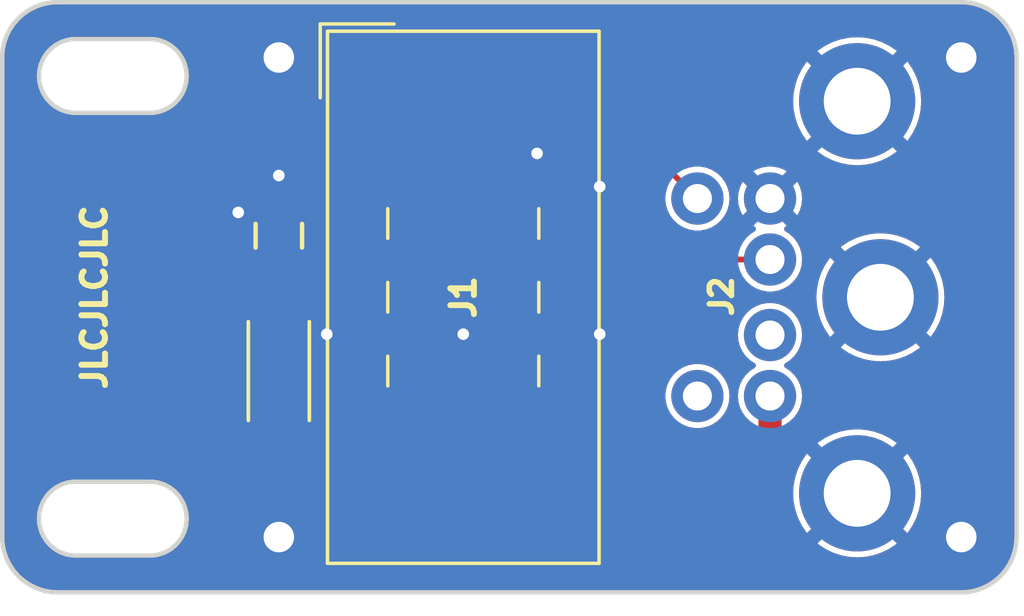
<source format=kicad_pcb>
(kicad_pcb (version 20221018) (generator pcbnew)
  (layers (0 "F.Cu" signal) (31 "B.Cu" signal) (34 "B.Paste" user) (35 "F.Paste" user) (36 "B.SilkS" user "B.Silkscreen") (37 "F.SilkS" user "F.Silkscreen") (38 "B.Mask" user) (39 "F.Mask" user) (44 "Edge.Cuts" user))
  (net 0 "")
  (net 1 "+5V")
  (net 2 "GND")
  (net 3 "/MClk")
  (net 4 "/KClk")
  (net 5 "/MDat")
  (net 6 "/KDat")
  (net 7 "Net-(J2-Pad2)")
  (net 8 "Net-(J2-Pad6)")
  (net 9 "Net-(C1-Pad1)")
  (footprint "stdpads:Fiducial" (layer "F.Cu") (at 169.545 102.235 180)
    (fp_text reference "FID3" hide)
    (fp_text value "Fiducial" hide)
    (pad "~" smd circle (at 0 0 180) (size 1 1) (layers "F.Cu" "F.Mask") (clearance 0.575))
  )
  (footprint "stdpads:Fiducial" (layer "F.Cu") (at 151.765 87.63 180)
    (fp_text reference "FID2" hide)
    (fp_text value "Fiducial" hide)
    (pad "~" smd circle (at 0 0 180) (size 1 1) (layers "F.Cu" "F.Mask") (clearance 0.575))
  )
  (footprint "stdpads:Fiducial" (layer "F.Cu") (at 169.545 85.725 180)
    (fp_text reference "FID4" hide)
    (fp_text value "Fiducial" hide)
    (pad "~" smd circle (at 0 0 180) (size 1 1) (layers "F.Cu" "F.Mask") (clearance 0.575))
  )
  (footprint "stdpads:PasteHole_1.05mm_PTH" (layer "F.Cu") (at 177.165 85.725)
    (fp_text reference "H4" hide)
    (fp_text value "MountingHole" hide)
    (pad "1" thru_hole circle (at 0 0) (size 2 2) (drill 1.05) (layers "*.Cu" "*.Mask") (net 2 "GND"))
  )
  (footprint "stdpads:IDC_SMD_2x04_P2.54mm_Vertical" (layer "F.Cu") (at 160.02 93.98)
    (fp_text reference "J1" (at 0 0 90) (layer "F.SilkS") (effects (font (size 0.8128 0.8128) (thickness 0.2032))))
    (fp_text value "Mouserial")
    (fp_line (start -4.925 -9.41) (end -4.925 -6.87) (stroke (width 0.12)) (layer "F.SilkS"))
    (fp_line (start -4.925 -9.41) (end -2.385 -9.41) (stroke (width 0.12)) (layer "F.SilkS"))
    (fp_line (start -4.675 -9.16) (end 4.675 -9.16) (stroke (width 0.12)) (layer "F.SilkS"))
    (fp_line (start -4.675 9.16) (end -4.675 -9.16) (stroke (width 0.12)) (layer "F.SilkS"))
    (fp_line (start -2.6 -3.05) (end -2.6 -2.03) (stroke (width 0.12)) (layer "F.SilkS"))
    (fp_line (start -2.6 -0.51) (end -2.6 0.51) (stroke (width 0.12)) (layer "F.SilkS"))
    (fp_line (start -2.6 2.03) (end -2.6 3.05) (stroke (width 0.12)) (layer "F.SilkS"))
    (fp_line (start 2.6 -3.05) (end 2.6 -2.03) (stroke (width 0.12)) (layer "F.SilkS"))
    (fp_line (start 2.6 -0.51) (end 2.6 0.51) (stroke (width 0.12)) (layer "F.SilkS"))
    (fp_line (start 2.6 2.03) (end 2.6 3.05) (stroke (width 0.12)) (layer "F.SilkS"))
    (fp_line (start 4.675 -9.16) (end 4.675 9.16) (stroke (width 0.12)) (layer "F.SilkS"))
    (fp_line (start 4.675 9.16) (end -4.675 9.16) (stroke (width 0.12)) (layer "F.SilkS"))
    (pad "1" smd roundrect (at -2.52 -3.81) (size 3 1) (layers "F.Cu" "F.Paste" "F.Mask") (net 3 "/MClk"))
    (pad "2" smd roundrect (at 2.52 -3.81) (size 3 1) (layers "F.Cu" "F.Paste" "F.Mask") (net 2 "GND"))
    (pad "3" smd roundrect (at -2.52 -1.27) (size 3 1) (layers "F.Cu" "F.Paste" "F.Mask") (net 9 "Net-(C1-Pad1)"))
    (pad "4" smd roundrect (at 2.52 -1.27) (size 3 1) (layers "F.Cu" "F.Paste" "F.Mask") (net 4 "/KClk"))
    (pad "5" smd roundrect (at -2.52 1.27) (size 3 1) (layers "F.Cu" "F.Paste" "F.Mask") (net 2 "GND"))
    (pad "6" smd roundrect (at 2.52 1.27) (size 3 1) (layers "F.Cu" "F.Paste" "F.Mask") (net 2 "GND"))
    (pad "7" smd roundrect (at -2.52 3.81) (size 3 1) (layers "F.Cu" "F.Paste" "F.Mask") (net 5 "/MDat"))
    (pad "8" smd roundrect (at 2.52 3.81) (size 3 1) (layers "F.Cu" "F.Paste" "F.Mask") (net 6 "/KDat"))
  )
  (footprint "stdpads:C_0805" (layer "F.Cu") (at 153.67 91.86 90)
    (fp_text reference "C1" hide)
    (fp_text value "100n" hide)
    (fp_line (start -0.4064 -0.8) (end 0.4064 -0.8) (stroke (width 0.1524)) (layer "F.SilkS"))
    (fp_line (start -0.4064 0.8) (end 0.4064 0.8) (stroke (width 0.1524)) (layer "F.SilkS"))
    (pad "1" smd roundrect (at -0.85 0 90) (size 1.05 1.4) (layers "F.Cu" "F.Paste" "F.Mask") (net 9 "Net-(C1-Pad1)"))
    (pad "2" smd roundrect (at 0.85 0 90) (size 1.05 1.4) (layers "F.Cu" "F.Paste" "F.Mask") (net 2 "GND"))
  )
  (footprint "stdpads:BelFuse_1206" (layer "F.Cu") (at 153.67 96.52 -90)
    (fp_text reference "F1" hide)
    (fp_text value "1A")
    (fp_line (start -1.7 -1.05) (end 1.7 -1.05) (stroke (width 0.127)) (layer "F.SilkS"))
    (fp_line (start -1.7 1.05) (end 1.7 1.05) (stroke (width 0.127)) (layer "F.SilkS"))
    (pad "1" smd roundrect (at -1.5 0 270) (size 1.2 1.8) (layers "F.Cu" "F.Paste" "F.Mask") (net 9 "Net-(C1-Pad1)"))
    (pad "2" smd roundrect (at 1.5 0 270) (size 1.2 1.8) (layers "F.Cu" "F.Paste" "F.Mask") (net 1 "+5V"))
  )
  (footprint "stdpads:PasteHole_1.05mm_PTH" (layer "F.Cu") (at 153.67 102.235)
    (fp_text reference "H2" hide)
    (fp_text value "MountingHole" hide)
    (pad "1" thru_hole circle (at 0 0) (size 2 2) (drill 1.05) (layers "*.Cu" "*.Mask") (net 2 "GND"))
  )
  (footprint "stdpads:Fiducial" (layer "F.Cu") (at 151.765 100.33 180)
    (fp_text reference "FID1" hide)
    (fp_text value "Fiducial" hide)
    (pad "~" smd circle (at 0 0 180) (size 1 1) (layers "F.Cu" "F.Mask") (clearance 0.575))
  )
  (footprint "stdpads:PasteHole_1.05mm_PTH" (layer "F.Cu") (at 153.67 85.725)
    (fp_text reference "H1" hide)
    (fp_text value "MountingHole" hide)
    (pad "1" thru_hole circle (at 0 0) (size 2 2) (drill 1.05) (layers "*.Cu" "*.Mask") (net 2 "GND"))
  )
  (footprint "stdpads:PasteHole_1.05mm_PTH" (layer "F.Cu") (at 177.165 102.235)
    (fp_text reference "H3" hide)
    (fp_text value "MountingHole" hide)
    (pad "1" thru_hole circle (at 0 0) (size 2 2) (drill 1.05) (layers "*.Cu" "*.Mask") (net 2 "GND"))
  )
  (footprint "stdpads:MD-60" (layer "F.Cu") (at 179.081 93.98 -90)
    (fp_text reference "J2" (at -0.028 10.171 270) (layer "F.SilkS") (effects (font (size 0.762 0.762) (thickness 0.1905))))
    (fp_text value "Mouse" hide)
    (pad "1" thru_hole circle (at -1.3 8.5 270) (size 1.8 1.8) (drill 1) (layers "*.Cu" "*.Mask") (net 5 "/MDat"))
    (pad "2" thru_hole circle (at 1.3 8.5 270) (size 1.8 1.8) (drill 1) (layers "*.Cu" "*.Mask") (net 7 "Net-(J2-Pad2)"))
    (pad "3" thru_hole circle (at -3.4 8.5 270) (size 1.8 1.8) (drill 1) (layers "*.Cu" "*.Mask") (net 2 "GND"))
    (pad "4" thru_hole circle (at 3.4 8.5 270) (size 1.8 1.8) (drill 1) (layers "*.Cu" "*.Mask") (net 1 "+5V"))
    (pad "5" thru_hole circle (at -3.4 11 270) (size 1.8 1.8) (drill 1) (layers "*.Cu" "*.Mask") (net 3 "/MClk"))
    (pad "6" thru_hole circle (at 3.4 11 270) (size 1.8 1.8) (drill 1) (layers "*.Cu" "*.Mask") (net 8 "Net-(J2-Pad6)"))
    (pad "7" thru_hole circle (at -6.75 5.5 270) (size 4 4) (drill 2.3) (layers "*.Cu" "*.Mask") (net 2 "GND"))
    (pad "7" thru_hole circle (at 0 4.7 270) (size 4 4) (drill 2.3) (layers "*.Cu" "*.Mask") (net 2 "GND"))
    (pad "7" thru_hole circle (at 6.75 5.5 270) (size 4 4) (drill 2.3) (layers "*.Cu" "*.Mask") (net 2 "GND"))
  )
  (gr_line (start 177.165 83.82) (end 146.05 83.82) (stroke (width 0.15)) (layer "Edge.Cuts"))
  (gr_arc (start 177.165 83.82) (mid 178.512038 84.377962) (end 179.07 85.725) (stroke (width 0.15)) (layer "Edge.Cuts"))
  (gr_arc (start 179.07 102.235) (mid 178.512038 103.582038) (end 177.165 104.14) (stroke (width 0.15)) (layer "Edge.Cuts"))
  (gr_line (start 146.685 85.09) (end 149.225 85.09) (stroke (width 0.15)) (layer "Edge.Cuts"))
  (gr_arc (start 149.225 85.09) (mid 150.495 86.36) (end 149.225 87.63) (stroke (width 0.15)) (layer "Edge.Cuts"))
  (gr_line (start 149.225 87.63) (end 146.685 87.63) (stroke (width 0.15)) (layer "Edge.Cuts"))
  (gr_line (start 144.145 85.725) (end 144.145 102.235) (stroke (width 0.15)) (layer "Edge.Cuts"))
  (gr_arc (start 146.685 87.63) (mid 145.415 86.36) (end 146.685 85.09) (stroke (width 0.15)) (layer "Edge.Cuts"))
  (gr_arc (start 144.145 85.725) (mid 144.702962 84.377962) (end 146.05 83.82) (stroke (width 0.15)) (layer "Edge.Cuts"))
  (gr_arc (start 146.05 104.14) (mid 144.702962 103.582038) (end 144.145 102.235) (stroke (width 0.15)) (layer "Edge.Cuts"))
  (gr_arc (start 146.685 102.87) (mid 145.415 101.6) (end 146.685 100.33) (stroke (width 0.15)) (layer "Edge.Cuts"))
  (gr_line (start 149.225 102.87) (end 146.685 102.87) (stroke (width 0.15)) (layer "Edge.Cuts"))
  (gr_arc (start 149.225 100.33) (mid 150.495 101.6) (end 149.225 102.87) (stroke (width 0.15)) (layer "Edge.Cuts"))
  (gr_line (start 146.685 100.33) (end 149.225 100.33) (stroke (width 0.15)) (layer "Edge.Cuts"))
  (gr_line (start 146.05 104.14) (end 177.165 104.14) (stroke (width 0.15)) (layer "Edge.Cuts"))
  (gr_line (start 179.07 102.235) (end 179.07 85.725) (stroke (width 0.15)) (layer "Edge.Cuts"))
  (gr_text "JLCJLCJLC" (at 147.32 93.98 90) (layer "F.SilkS") (effects (font (size 0.8128 0.8128) (thickness 0.2032))))
  (segment (start 170.581 97.38) (end 170.581 98.6545) (width 0.8) (layer "F.Cu") (net 1))
  (segment (start 169.5405 99.695) (end 165.735 99.695) (width 0.8) (layer "F.Cu") (net 1))
  (segment (start 165.1 100.33) (end 154.94 100.33) (width 0.8) (layer "F.Cu") (net 1))
  (segment (start 170.581 98.6545) (end 169.5405 99.695) (width 0.8) (layer "F.Cu") (net 1))
  (segment (start 154.94 100.33) (end 153.67 99.06) (width 0.8) (layer "F.Cu") (net 1))
  (segment (start 165.735 99.695) (end 165.1 100.33) (width 0.8) (layer "F.Cu") (net 1))
  (segment (start 153.67 99.06) (end 153.67 98.02) (width 0.8) (layer "F.Cu") (net 1))
  (segment (start 153.67 91.01) (end 153.67 89.789) (width 0.8) (layer "F.Cu") (net 2))
  (segment (start 157.5 95.25) (end 160.02 95.25) (width 0.8) (layer "F.Cu") (net 2))
  (segment (start 157.5 95.25) (end 155.321 95.25) (width 0.8) (layer "F.Cu") (net 2))
  (segment (start 152.322 91.01) (end 152.273 91.059) (width 0.8) (layer "F.Cu") (net 2))
  (segment (start 153.67 91.01) (end 152.322 91.01) (width 0.8) (layer "F.Cu") (net 2))
  (segment (start 162.54 90.17) (end 164.719 90.17) (width 0.8) (layer "F.Cu") (net 2))
  (segment (start 162.54 89.047) (end 162.56 89.027) (width 0.8) (layer "F.Cu") (net 2))
  (segment (start 162.54 95.25) (end 160.02 95.25) (width 0.8) (layer "F.Cu") (net 2))
  (segment (start 162.54 90.17) (end 162.54 89.047) (width 0.8) (layer "F.Cu") (net 2))
  (segment (start 162.54 95.25) (end 164.719 95.25) (width 0.8) (layer "F.Cu") (net 2))
  (via (at 155.321 95.25) (size 0.8) (drill 0.4) (layers "F.Cu" "B.Cu") (net 2))
  (via (at 162.56 89.027) (size 0.8) (drill 0.4) (layers "F.Cu" "B.Cu") (net 2))
  (via (at 160.02 95.25) (size 0.8) (drill 0.4) (layers "F.Cu" "B.Cu") (net 2))
  (via (at 164.719 90.17) (size 0.8) (drill 0.4) (layers "F.Cu" "B.Cu") (net 2))
  (via (at 153.67 89.789) (size 0.8) (drill 0.4) (layers "F.Cu" "B.Cu") (net 2))
  (via (at 152.273 91.059) (size 0.8) (drill 0.4) (layers "F.Cu" "B.Cu") (net 2))
  (via (at 164.719 95.25) (size 0.8) (drill 0.4) (layers "F.Cu" "B.Cu") (net 2))
  (segment (start 158.75 87.63) (end 157.5 88.88) (width 0.2) (layer "F.Cu") (net 3))
  (segment (start 168.081 90.58) (end 165.131 87.63) (width 0.2) (layer "F.Cu") (net 3))
  (segment (start 165.131 87.63) (end 158.75 87.63) (width 0.2) (layer "F.Cu") (net 3))
  (segment (start 157.5 88.88) (end 157.5 90.17) (width 0.2) (layer "F.Cu") (net 3))
  (segment (start 164.465 99.06) (end 165.1 98.425) (width 0.2) (layer "F.Cu") (net 5))
  (segment (start 157.5 97.79) (end 157.5 98.572) (width 0.2) (layer "F.Cu") (net 5))
  (segment (start 165.1 98.425) (end 165.1 96.52) (width 0.2) (layer "F.Cu") (net 5))
  (segment (start 165.1 96.52) (end 168.94 92.68) (width 0.2) (layer "F.Cu") (net 5))
  (segment (start 164.465 99.06) (end 157.988 99.06) (width 0.2) (layer "F.Cu") (net 5))
  (segment (start 168.94 92.68) (end 170.581 92.68) (width 0.2) (layer "F.Cu") (net 5))
  (segment (start 157.5 98.572) (end 157.988 99.06) (width 0.2) (layer "F.Cu") (net 5))
  (segment (start 153.67 92.71) (end 153.67 95.02) (width 0.8) (layer "F.Cu") (net 9))
  (segment (start 157.5 92.71) (end 153.67 92.71) (width 0.8) (layer "F.Cu") (net 9))
  (zone (net 2) (net_name "GND") (layer "F.Cu") (connect_pads (clearance 0.2)) (min_thickness 0.2) (fill yes (thermal_gap 0.2) (thermal_bridge_width 0.508))
    (polygon (pts (xy 144.145 83.82) (xy 179.07 83.82) (xy 179.07 104.14) (xy 144.145 104.14)))
  )
  (zone (net 2) (net_name "GND") (layer "B.Cu") (connect_pads (clearance 0.2)) (min_thickness 0.2) (fill yes (thermal_gap 0.2) (thermal_bridge_width 0.508))
    (polygon (pts (xy 144.145 83.82) (xy 179.07 83.82) (xy 179.07 104.14) (xy 144.145 104.14)))
  )
)
</source>
